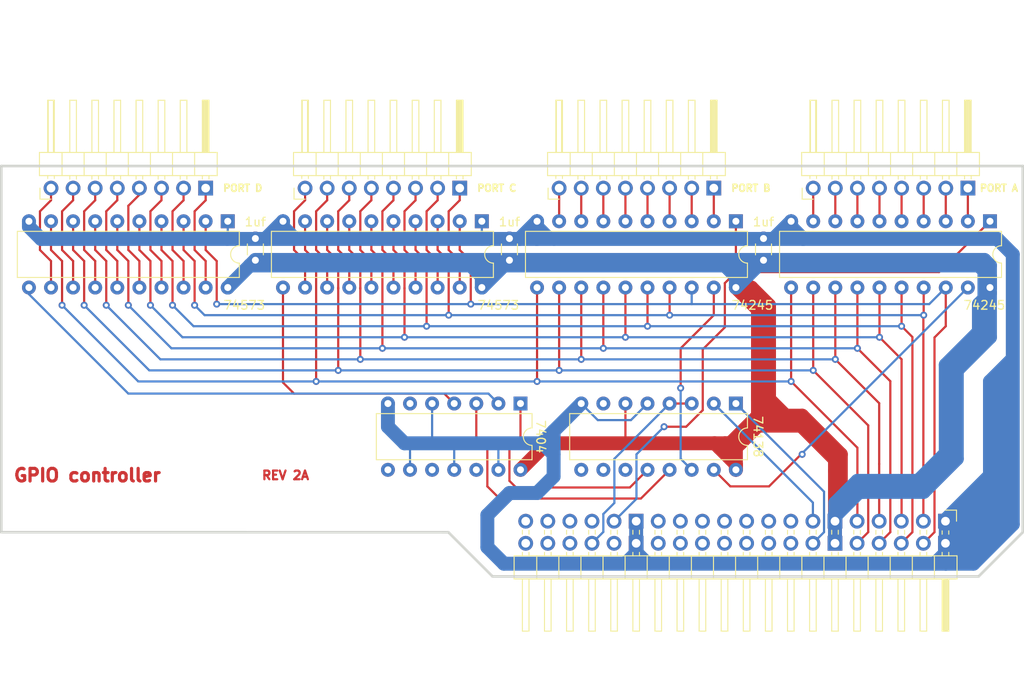
<source format=kicad_pcb>
(kicad_pcb (version 20221018) (generator pcbnew)
  (layers (0 "F.Cu" signal) (31 "B.Cu" signal) (34 "B.Paste" user) (35 "F.Paste" user) (36 "B.SilkS" user "B.Silkscreen") (37 "F.SilkS" user "F.Silkscreen") (38 "B.Mask" user) (39 "F.Mask" user) (44 "Edge.Cuts" user))
  (net 0 "")
  (footprint "Connector_PinHeader_2.54mm:PinHeader_2x20_P2.54mm_Horizontal" (layer "F.Cu") (at 479.38944 292.80104 -90)
    (fp_text reference "20pin conn." hide)
    (fp_text value "PinHeader_2x20_P2.54mm_Horizontal")
  )
  (footprint "Package_DIP:DIP-20_W7.62mm" (layer "F.Cu") (at 396.875 258.318 -90)
    (fp_text reference "74573")
    (fp_text value "DIP-20_W7.62mm")
  )
  (footprint "Package_DIP:DIP-20_W7.62mm" (layer "F.Cu") (at 484.505 258.318 -90)
    (fp_text reference "74245")
    (fp_text value "DIP-20_W7.62mm")
  )
  (footprint "Package_DIP:DIP-20_W7.62mm" (layer "F.Cu") (at 426.085 258.318 -90)
    (fp_text reference "74573")
    (fp_text value "DIP-20_W7.62mm")
  )
  (footprint "Package_DIP:DIP-16_W7.62mm" (layer "F.Cu") (at 455.295 279.273 -90)
    (fp_text reference "74138")
    (fp_text value "DIP-16_W7.62mm")
  )
  (footprint "Package_DIP:DIP-20_W7.62mm" (layer "F.Cu") (at 455.295 258.318 -90)
    (fp_text reference "74245")
    (fp_text value "DIP-20_W7.62mm")
  )
  (footprint "Package_DIP:DIP-14_W7.62mm" (layer "F.Cu") (at 430.53 279.273 -90)
    (fp_text reference "7404")
    (fp_text value "DIP-14_W7.62mm")
  )
  (footprint "Connector_PinHeader_2.54mm:PinHeader_1x08_P2.54mm_Horizontal_Inverse" (layer "F.Cu") (at 464.185 254.508 90)
    (fp_text reference " " hide)
    (fp_text value "PinHeader_1x08_P2.54mm_Horizontal_Inverse")
  )
  (footprint "Connector_PinHeader_2.54mm:PinHeader_1x08_P2.54mm_Horizontal_Inverse" (layer "F.Cu") (at 376.555 254.508 90)
    (fp_text reference " " hide)
    (fp_text value "PinHeader_1x08_P2.54mm_Horizontal_Inverse")
  )
  (footprint "Capacitor_THT:C_Disc_D3.0mm_W1.6mm_P2.50mm" (layer "F.Cu") (at 400.05 260.2992 -90)
    (fp_text reference "1uf")
    (fp_text value "C_Disc_D3.0mm_W1.6mm_P2.50mm")
  )
  (footprint "Capacitor_THT:C_Disc_D3.0mm_W1.6mm_P2.50mm" (layer "F.Cu") (at 458.47 260.2992 -90)
    (fp_text reference "1uf")
    (fp_text value "C_Disc_D3.0mm_W1.6mm_P2.50mm")
  )
  (footprint "Connector_PinHeader_2.54mm:PinHeader_1x08_P2.54mm_Horizontal_Inverse" (layer "F.Cu") (at 405.765 254.508 90)
    (fp_text reference " " hide)
    (fp_text value "PinHeader_1x08_P2.54mm_Horizontal_Inverse")
  )
  (footprint "Capacitor_THT:C_Disc_D3.0mm_W1.6mm_P2.50mm" (layer "F.Cu") (at 429.26 260.2992 -90)
    (fp_text reference "1uf")
    (fp_text value "C_Disc_D3.0mm_W1.6mm_P2.50mm")
  )
  (footprint "Connector_PinHeader_2.54mm:PinHeader_1x08_P2.54mm_Horizontal_Inverse" (layer "F.Cu") (at 434.975 254.508 90)
    (fp_text reference " " hide)
    (fp_text value "PinHeader_1x08_P2.54mm_Horizontal_Inverse")
  )
  (gr_line (start 488.27944 294.07104) (end 488.27944 251.968) (stroke (width 0.3)) (layer "Edge.Cuts"))
  (gr_line (start 370.84 251.968) (end 488.27944 251.968) (stroke (width 0.3)) (layer "Edge.Cuts"))
  (gr_line (start 370.84 294.065) (end 370.84 251.968) (stroke (width 0.3)) (layer "Edge.Cuts"))
  (gr_line (start 483.19944 299.15104) (end 488.27944 294.07104) (stroke (width 0.3)) (layer "Edge.Cuts"))
  (gr_line (start 427.31944 299.15104) (end 422.23944 294.07104) (stroke (width 0.3)) (layer "Edge.Cuts"))
  (gr_line (start 427.31944 299.15104) (end 483.19944 299.15104) (stroke (width 0.3)) (layer "Edge.Cuts"))
  (gr_line (start 370.84 294.065) (end 422.23944 294.07104) (stroke (width 0.3)) (layer "Edge.Cuts"))
  (gr_text "REV 2A" (at 400.685 287.528) (layer "F.Cu") (effects (font (size 1 1) (thickness 0.25)) (justify left)))
  (gr_text "GPIO controller" (at 372.11 287.528) (layer "F.Cu") (effects (font (size 1.45 1.45) (thickness 0.3625)) (justify left)))
  (gr_text "PORT B" (at 454.66 254.508) (layer "F.SilkS") (effects (font (size 0.8 0.8) (thickness 0.2)) (justify left)))
  (gr_text "PORT A" (at 483.235 254.508) (layer "F.SilkS") (effects (font (size 0.8 0.8) (thickness 0.2)) (justify left)))
  (gr_text "PORT C" (at 425.45 254.508) (layer "F.SilkS") (effects (font (size 0.8 0.8) (thickness 0.2)) (justify left)))
  (gr_text "PORT D" (at 396.24 254.508) (layer "F.SilkS") (effects (font (size 0.8 0.8) (thickness 0.2)) (justify left)))
  (segment (start 474.345 258.318) (end 474.345 254.508) (width 0.25) (layer "F.Cu") (net 0))
  (segment (start 476.885 258.318) (end 476.885 254.508) (width 0.25) (layer "F.Cu") (net 0))
  (segment (start 466.725 258.318) (end 466.725 254.508) (width 0.25) (layer "F.Cu") (net 0))
  (segment (start 464.185 258.318) (end 464.185 254.508) (width 0.25) (layer "F.Cu") (net 0))
  (segment (start 469.265 258.318) (end 469.265 254.508) (width 0.25) (layer "F.Cu") (net 0))
  (segment (start 471.805 258.318) (end 471.805 254.508) (width 0.25) (layer "F.Cu") (net 0))
  (segment (start 447.675 258.318) (end 447.675 254.508) (width 0.25) (layer "F.Cu") (net 0))
  (segment (start 445.135 258.318) (end 445.135 254.508) (width 0.25) (layer "F.Cu") (net 0))
  (segment (start 450.215 258.318) (end 450.215 254.508) (width 0.25) (layer "F.Cu") (net 0))
  (segment (start 440.055 258.318) (end 440.055 254.508) (width 0.25) (layer "F.Cu") (net 0))
  (segment (start 434.975 258.318) (end 434.975 254.508) (width 0.25) (layer "F.Cu") (net 0))
  (segment (start 437.515 258.318) (end 437.515 254.508) (width 0.25) (layer "F.Cu") (net 0))
  (segment (start 442.595 258.318) (end 442.595 254.508) (width 0.25) (layer "F.Cu") (net 0))
  (segment (start 452.755 258.318) (end 452.755 254.508) (width 0.25) (layer "F.Cu") (net 0))
  (segment (start 445.135 270.383) (end 445.135 265.938) (width 0.25) (layer "F.Cu") (net 0))
  (segment (start 447.675 269.113) (end 447.675 265.938) (width 0.25) (layer "F.Cu") (net 0))
  (segment (start 442.595 271.653) (end 442.595 265.938) (width 0.25) (layer "F.Cu") (net 0))
  (segment (start 440.055 265.938) (end 440.055 272.923) (width 0.25) (layer "F.Cu") (net 0))
  (segment (start 432.435 276.733) (end 432.435 265.938) (width 0.25) (layer "F.Cu") (net 0))
  (segment (start 437.515 274.193) (end 437.515 265.938) (width 0.25) (layer "F.Cu") (net 0))
  (segment (start 434.975 275.463) (end 434.975 265.938) (width 0.25) (layer "F.Cu") (net 0))
  (segment (start 421.005 265.938) (end 421.005 262.89) (width 0.25) (layer "F.Cu") (net 0))
  (segment (start 419.735 261.62) (end 419.735 257.175) (width 0.25) (layer "F.Cu") (net 0))
  (segment (start 419.735 257.175) (end 421.005 255.905) (width 0.25) (layer "F.Cu") (net 0))
  (segment (start 421.005 262.89) (end 419.735 261.62) (width 0.25) (layer "F.Cu") (net 0))
  (segment (start 421.005 255.905) (end 421.005 254.508) (width 0.25) (layer "F.Cu") (net 0))
  (segment (start 395.605 267.843) (end 395.605 262.89) (width 0.25) (layer "F.Cu") (net 0))
  (segment (start 394.335 261.62) (end 394.335 258.318) (width 0.25) (layer "F.Cu") (net 0))
  (segment (start 395.605 262.89) (end 394.335 261.62) (width 0.25) (layer "F.Cu") (net 0))
  (segment (start 410.845 255.905) (end 410.845 254.508) (width 0.25) (layer "F.Cu") (net 0))
  (segment (start 443.103 288.925) (end 445.135 286.893) (width 0.25) (layer "F.Cu") (net 0))
  (segment (start 454.025 283.845) (end 452.755 283.845) (width 1.6) (layer "F.Cu") (net 0))
  (segment (start 391.795 255.905) (end 391.795 254.508) (width 0.25) (layer "F.Cu") (net 0))
  (segment (start 379.095 265.938) (end 379.095 262.89) (width 0.25) (layer "F.Cu") (net 0))
  (segment (start 466.68944 295.34104) (end 466.68944 292.80104) (width 1.6) (layer "F.Cu") (net 0))
  (segment (start 433.705 283.845) (end 443.865 283.845) (width 1.6) (layer "F.Cu") (net 0))
  (segment (start 417.195 261.62) (end 417.195 257.175) (width 0.25) (layer "F.Cu") (net 0))
  (segment (start 410.845 261.62) (end 410.845 258.318) (width 0.25) (layer "F.Cu") (net 0))
  (segment (start 459.105 280.035) (end 459.105 267.97) (width 1.6) (layer "F.Cu") (net 0))
  (segment (start 384.175 255.905) (end 384.175 254.508) (width 0.25) (layer "F.Cu") (net 0))
  (segment (start 377.825 267.97) (end 377.825 262.89) (width 0.25) (layer "F.Cu") (net 0))
  (segment (start 467.36 291.465) (end 467.36 285.115) (width 1.6) (layer "F.Cu") (net 0))
  (segment (start 458.47 279.4) (end 457.835 278.765) (width 1.6) (layer "F.Cu") (net 0))
  (segment (start 451.485 273.05) (end 451.485 280.035) (width 0.25) (layer "F.Cu") (net 0))
  (segment (start 479.425 265.938) (end 479.425 270.383) (width 0.25) (layer "F.Cu") (net 0))
  (segment (start 414.655 262.89) (end 413.385 261.62) (width 0.25) (layer "F.Cu") (net 0))
  (segment (start 475.5896 271.6276) (end 474.345 270.383) (width 0.25) (layer "F.Cu") (net 0))
  (segment (start 413.385 265.938) (end 413.385 262.89) (width 0.25) (layer "F.Cu") (net 0))
  (segment (start 391.795 262.89) (end 390.525 261.62) (width 0.25) (layer "F.Cu") (net 0))
  (segment (start 417.195 271.653) (end 417.195 266.065) (width 0.25) (layer "F.Cu") (net 0))
  (segment (start 414.655 272.923) (end 414.655 262.89) (width 0.25) (layer "F.Cu") (net 0))
  (segment (start 415.925 265.938) (end 415.925 262.89) (width 0.25) (layer "F.Cu") (net 0))
  (segment (start 418.465 255.905) (end 418.465 254.508) (width 0.25) (layer "F.Cu") (net 0))
  (segment (start 455.295 264.16) (end 454.025 265.43) (width 0.25) (layer "F.Cu") (net 0))
  (segment (start 457.835 278.765) (end 457.835 268.478) (width 1.6) (layer "F.Cu") (net 0))
  (segment (start 466.725 274.193) (end 471.76944 279.23744) (width 0.25) (layer "F.Cu") (net 0))
  (segment (start 409.575 262.89) (end 408.305 261.62) (width 0.25) (layer "F.Cu") (net 0))
  (segment (start 387.985 261.62) (end 387.985 257.175) (width 0.25) (layer "F.Cu") (net 0))
  (segment (start 466.68944 292.13556) (end 467.36 291.465) (width 1.6) (layer "F.Cu") (net 0))
  (segment (start 376.555 255.905) (end 376.555 254.508) (width 0.25) (layer "F.Cu") (net 0))
  (segment (start 412.115 266.065) (end 412.115 265.938) (width 0.25) (layer "F.Cu") (net 0))
  (segment (start 394.335 265.938) (end 394.335 262.89) (width 0.25) (layer "F.Cu") (net 0))
  (segment (start 476.84944 292.80104) (end 476.84944 269.14856) (width 0.25) (layer "F.Cu") (net 0))
  (segment (start 426.72 284.353) (end 426.72 288.798) (width 0.25) (layer "F.Cu") (net 0))
  (segment (start 381.635 261.62) (end 381.635 258.318) (width 0.25) (layer "F.Cu") (net 0))
  (segment (start 414.655 261.62) (end 414.655 257.175) (width 0.25) (layer "F.Cu") (net 0))
  (segment (start 390.525 261.62) (end 390.525 257.175) (width 0.25) (layer "F.Cu") (net 0))
  (segment (start 422.275 261.62) (end 422.275 257.175) (width 0.25) (layer "F.Cu") (net 0))
  (segment (start 473.0496 276.7076) (end 469.265 272.923) (width 0.25) (layer "F.Cu") (net 0))
  (segment (start 467.36 285.115) (end 462.915 280.67) (width 1.6) (layer "F.Cu") (net 0))
  (segment (start 422.91 279.273) (end 421.767 278.13) (width 0.25) (layer "F.Cu") (net 0))
  (segment (start 385.445 267.97) (end 385.445 262.89) (width 0.25) (layer "F.Cu") (net 0))
  (segment (start 430.022 288.925) (end 443.103 288.925) (width 0.25) (layer "F.Cu") (net 0))
  (segment (start 393.065 267.97) (end 393.065 262.89) (width 0.25) (layer "F.Cu") (net 0))
  (segment (start 376.555 261.62) (end 376.555 258.318) (width 0.25) (layer "F.Cu") (net 0))
  (segment (start 466.68944 292.80104) (end 466.68944 287.05556) (width 1.6) (layer "F.Cu") (net 0))
  (segment (start 410.845 262.89) (end 409.575 261.62) (width 0.25) (layer "F.Cu") (net 0))
  (segment (start 462.788 281.813) (end 457.835 281.813) (width 1.6) (layer "F.Cu") (net 0))
  (segment (start 429.26 284.353) (end 429.26 288.163) (width 0.25) (layer "F.Cu") (net 0))
  (segment (start 386.715 262.89) (end 385.445 261.62) (width 0.25) (layer "F.Cu") (net 0))
  (segment (start 457.835 281.813) (end 457.835 281.305) (width 1.6) (layer "F.Cu") (net 0))
  (segment (start 479.425 270.383) (end 478.1296 271.6784) (width 0.25) (layer "F.Cu") (net 0))
  (segment (start 413.385 261.62) (end 413.385 258.318) (width 0.25) (layer "F.Cu") (net 0))
  (segment (start 457.835 268.478) (end 455.295 265.938) (width 1.6) (layer "F.Cu") (net 0))
  (segment (start 455.803 283.845) (end 454.025 283.845) (width 1.6) (layer "F.Cu") (net 0))
  (segment (start 452.755 265.938) (end 452.755 269.113) (width 0.25) (layer "F.Cu") (net 0))
  (segment (start 394.335 255.905) (end 394.335 254.508) (width 0.25) (layer "F.Cu") (net 0))
  (segment (start 377.825 261.62) (end 377.825 257.175) (width 0.25) (layer "F.Cu") (net 0))
  (segment (start 389.255 261.62) (end 389.255 258.318) (width 0.25) (layer "F.Cu") (net 0))
  (segment (start 385.445 256.54) (end 386.715 255.27) (width 0.25) (layer "F.Cu") (net 0))
  (segment (start 377.825 262.89) (end 376.555 261.62) (width 0.25) (layer "F.Cu") (net 0))
  (segment (start 382.905 261.62) (end 382.905 257.175) (width 0.25) (layer "F.Cu") (net 0))
  (segment (start 386.715 265.303) (end 386.715 262.89) (width 0.25) (layer "F.Cu") (net 0))
  (segment (start 471.805 271.653) (end 474.345 274.193) (width 0.25) (layer "F.Cu") (net 0))
  (segment (start 407.035 276.733) (end 407.035 262.89) (width 0.25) (layer "F.Cu") (net 0))
  (segment (start 453.39 284.353) (end 455.295 286.258) (width 1.6) (layer "F.Cu") (net 0))
  (segment (start 459.105 278.765) (end 461.01 280.67) (width 1.6) (layer "F.Cu") (net 0))
  (segment (start 387.985 262.89) (end 386.715 261.62) (width 0.25) (layer "F.Cu") (net 0))
  (segment (start 476.885 269.113) (end 476.885 265.938) (width 0.25) (layer "F.Cu") (net 0))
  (segment (start 381.635 262.89) (end 380.365 261.62) (width 0.25) (layer "F.Cu") (net 0))
  (segment (start 451.485 280.035) (end 449.58 281.94) (width 0.25) (layer "F.Cu") (net 0))
  (segment (start 428.117 290.195) (end 444.373 290.195) (width 0.25) (layer "F.Cu") (net 0))
  (segment (start 414.655 257.175) (end 415.925 255.905) (width 0.25) (layer "F.Cu") (net 0))
  (segment (start 393.065 261.62) (end 393.065 257.175) (width 0.25) (layer "F.Cu") (net 0))
  (segment (start 380.365 262.89) (end 379.095 261.62) (width 0.25) (layer "F.Cu") (net 0))
  (segment (start 412.115 266.065) (end 412.115 262.89) (width 0.25) (layer "F.Cu") (net 0))
  (segment (start 476.84944 269.14856) (end 476.885 269.113) (width 0.25) (layer "F.Cu") (net 0))
  (segment (start 391.795 261.62) (end 391.795 258.318) (width 0.25) (layer "F.Cu") (net 0))
  (segment (start 423.545 265.938) (end 423.545 262.89) (width 0.25) (layer "F.Cu") (net 0))
  (segment (start 471.76944 295.34104) (end 473.0496 294.06088) (width 0.25) (layer "F.Cu") (net 0))
  (segment (start 408.305 255.905) (end 408.305 254.508) (width 0.25) (layer "F.Cu") (net 0))
  (segment (start 418.465 262.89) (end 417.195 261.62) (width 0.25) (layer "F.Cu") (net 0))
  (segment (start 380.365 267.97) (end 380.365 262.89) (width 0.25) (layer "F.Cu") (net 0))
  (segment (start 469.265 284.353) (end 469.265 292.76548) (width 0.25) (layer "F.Cu") (net 0))
  (segment (start 429.26 288.163) (end 430.022 288.925) (width 0.25) (layer "F.Cu") (net 0))
  (segment (start 417.195 266.065) (end 417.195 265.938) (width 0.25) (layer "F.Cu") (net 0))
  (segment (start 461.645 276.733) (end 469.265 284.353) (width 0.25) (layer "F.Cu") (net 0))
  (segment (start 426.72 288.798) (end 428.117 290.195) (width 0.25) (layer "F.Cu") (net 0))
  (segment (start 447.675 279.273) (end 450.215 279.273) (width 0.25) (layer "F.Cu") (net 0))
  (segment (start 408.305 261.62) (end 408.305 258.318) (width 0.25) (layer "F.Cu") (net 0))
  (segment (start 380.365 261.62) (end 380.365 257.175) (width 0.25) (layer "F.Cu") (net 0))
  (segment (start 457.835 281.305) (end 457.835 280.67) (width 1.6) (layer "F.Cu") (net 0))
  (segment (start 430.53 283.083) (end 429.26 284.353) (width 0.25) (layer "F.Cu") (net 0))
  (segment (start 422.275 257.175) (end 423.545 255.905) (width 0.25) (layer "F.Cu") (net 0))
  (segment (start 423.545 262.89) (end 422.275 261.62) (width 0.25) (layer "F.Cu") (net 0))
  (segment (start 478.1296 294.06088) (end 476.84944 295.34104) (width 0.25) (layer "F.Cu") (net 0))
  (segment (start 469.265 292.76548) (end 469.22944 292.80104) (width 0.25) (layer "F.Cu") (net 0))
  (segment (start 409.575 257.175) (end 410.845 255.905) (width 0.25) (layer "F.Cu") (net 0))
  (segment (start 393.065 262.89) (end 391.795 261.62) (width 0.25) (layer "F.Cu") (net 0))
  (segment (start 390.525 257.175) (end 391.795 255.905) (width 0.25) (layer "F.Cu") (net 0))
  (segment (start 404.495 278.13) (end 403.225 276.86) (width 0.25) (layer "F.Cu") (net 0))
  (segment (start 421.767 278.13) (end 404.495 278.13) (width 0.25) (layer "F.Cu") (net 0))
  (segment (start 387.985 257.175) (end 389.255 255.905) (width 0.25) (layer "F.Cu") (net 0))
  (segment (start 466.68944 292.80104) (end 466.68944 292.13556) (width 1.6) (layer "F.Cu") (net 0))
  (segment (start 462.915 280.67) (end 459.74 280.67) (width 1.6) (layer "F.Cu") (net 0))
  (segment (start 418.465 261.62) (end 418.465 258.318) (width 0.25) (layer "F.Cu") (net 0))
  (segment (start 454.025 265.43) (end 454.025 270.51) (width 0.25) (layer "F.Cu") (net 0))
  (segment (start 405.765 261.62) (end 405.765 258.318) (width 0.25) (layer "F.Cu") (net 0))
  (segment (start 470.5096 294.06088) (end 470.5096 281.7876) (width 0.25) (layer "F.Cu") (net 0))
  (segment (start 385.445 261.62) (end 385.445 256.54) (width 0.25) (layer "F.Cu") (net 0))
  (segment (start 409.575 266.065) (end 409.575 262.89) (width 0.25) (layer "F.Cu") (net 0))
  (segment (start 448.945 272.923) (end 448.945 277.495) (width 0.25) (layer "F.Cu") (net 0))
  (segment (start 422.275 262.89) (end 421.005 261.62) (width 0.25) (layer "F.Cu") (net 0))
  (segment (start 412.115 262.89) (end 410.845 261.62) (width 0.25) (layer "F.Cu") (net 0))
  (segment (start 455.8665 283.7815) (end 455.803 283.845) (width 1.6) (layer "F.Cu") (net 0))
  (segment (start 407.035 257.175) (end 408.305 255.905) (width 0.25) (layer "F.Cu") (net 0))
  (segment (start 459.105 267.97) (end 457.073 265.938) (width 1.6) (layer "F.Cu") (net 0))
  (segment (start 474.345 270.383) (end 474.345 265.938) (width 0.25) (layer "F.Cu") (net 0))
  (segment (start 413.385 262.89) (end 412.115 261.62) (width 0.25) (layer "F.Cu") (net 0))
  (segment (start 452.882 283.845) (end 453.39 284.353) (width 1.6) (layer "F.Cu") (net 0))
  (segment (start 389.255 255.905) (end 389.255 254.508) (width 0.25) (layer "F.Cu") (net 0))
  (segment (start 421.005 261.62) (end 421.005 258.318) (width 0.25) (layer "F.Cu") (net 0))
  (segment (start 455.295 264.16) (end 455.295 258.318) (width 0.25) (layer "F.Cu") (net 0))
  (segment (start 384.175 262.89) (end 382.905 261.62) (width 0.25) (layer "F.Cu") (net 0))
  (segment (start 430.53 279.273) (end 430.53 283.083) (width 0.25) (layer "F.Cu") (net 0))
  (segment (start 377.825 257.175) (end 379.095 255.905) (width 0.25) (layer "F.Cu") (net 0))
  (segment (start 455.295 286.893) (end 455.295 284.353) (width 1.6) (layer "F.Cu") (net 0))
  (segment (start 384.175 261.62) (end 384.175 258.318) (width 0.25) (layer "F.Cu") (net 0))
  (segment (start 379.095 261.62) (end 379.095 258.318) (width 0.25) (layer "F.Cu") (net 0))
  (segment (start 386.715 255.27) (end 386.715 253.873) (width 0.25) (layer "F.Cu") (net 0))
  (segment (start 417.195 266.065) (end 417.195 262.89) (width 0.25) (layer "F.Cu") (net 0))
  (segment (start 380.365 257.175) (end 381.635 255.905) (width 0.25) (layer "F.Cu") (net 0))
  (segment (start 382.905 262.89) (end 381.635 261.62) (width 0.25) (layer "F.Cu") (net 0))
  (segment (start 408.305 265.938) (end 408.305 262.89) (width 0.25) (layer "F.Cu") (net 0))
  (segment (start 412.115 257.175) (end 413.385 255.905) (width 0.25) (layer "F.Cu") (net 0))
  (segment (start 455.295 284.353) (end 457.835 281.813) (width 1.6) (layer "F.Cu") (net 0))
  (segment (start 461.645 265.938) (end 461.645 276.733) (width 0.25) (layer "F.Cu") (net 0))
  (segment (start 474.345 274.193) (end 474.345 292.76548) (width 0.25) (layer "F.Cu") (net 0))
  (segment (start 419.735 262.89) (end 418.465 261.62) (width 0.25) (layer "F.Cu") (net 0))
  (segment (start 470.5096 281.7876) (end 464.185 275.463) (width 0.25) (layer "F.Cu") (net 0))
  (segment (start 405.765 262.89) (end 404.495 261.62) (width 0.25) (layer "F.Cu") (net 0))
  (segment (start 443.738 283.845) (end 452.882 283.845) (width 1.6) (layer "F.Cu") (net 0))
  (segment (start 382.905 267.97) (end 382.905 262.89) (width 0.25) (layer "F.Cu") (net 0))
  (segment (start 438.74944 295.34104) (end 438.74944 295.11244) (width 0.25) (layer "F.Cu") (net 0))
  (segment (start 386.715 261.62) (end 386.715 258.318) (width 0.25) (layer "F.Cu") (net 0))
  (segment (start 433.578 283.845) (end 433.705 283.845) (width 1.6) (layer "F.Cu") (net 0))
  (segment (start 381.635 265.938) (end 381.635 262.89) (width 0.25) (layer "F.Cu") (net 0))
  (segment (start 466.725 265.938) (end 466.725 274.193) (width 0.25) (layer "F.Cu") (net 0))
  (segment (start 417.195 257.175) (end 418.465 255.905) (width 0.25) (layer "F.Cu") (net 0))
  (segment (start 384.175 265.938) (end 384.175 262.89) (width 0.25) (layer "F.Cu") (net 0))
  (segment (start 408.305 262.89) (end 407.035 261.62) (width 0.25) (layer "F.Cu") (net 0))
  (segment (start 457.835 280.67) (end 457.835 278.765) (width 1.6) (layer "F.Cu") (net 0))
  (segment (start 462.788 285.115) (end 459.105 288.798) (width 0.25) (layer "F.Cu") (net 0))
  (segment (start 481.965 258.318) (end 481.965 254.508) (width 0.25) (layer "F.Cu") (net 0))
  (segment (start 393.065 257.175) (end 394.335 255.905) (width 0.25) (layer "F.Cu") (net 0))
  (segment (start 419.735 270.383) (end 419.735 262.89) (width 0.25) (layer "F.Cu") (net 0))
  (segment (start 404.495 261.62) (end 404.495 257.175) (width 0.25) (layer "F.Cu") (net 0))
  (segment (start 469.265 272.923) (end 469.265 265.938) (width 0.25) (layer "F.Cu") (net 0))
  (segment (start 454.66 288.798) (end 452.755 286.893) (width 0.25) (layer "F.Cu") (net 0))
  (segment (start 410.845 265.938) (end 410.845 262.89) (width 0.25) (layer "F.Cu") (net 0))
  (segment (start 403.225 276.86) (end 403.225 265.938) (width 0.25) (layer "F.Cu") (net 0))
  (segment (start 379.095 255.905) (end 379.095 254.508) (width 0.25) (layer "F.Cu") (net 0))
  (segment (start 387.985 267.97) (end 387.985 262.89) (width 0.25) (layer "F.Cu") (net 0))
  (segment (start 405.765 265.938) (end 405.765 262.89) (width 0.25) (layer "F.Cu") (net 0))
  (segment (start 412.115 261.62) (end 412.115 257.175) (width 0.25) (layer "F.Cu") (net 0))
  (segment (start 389.255 265.938) (end 389.255 262.89) (width 0.25) (layer "F.Cu") (net 0))
  (segment (start 473.0496 294.06088) (end 473.0496 276.7076) (width 0.25) (layer "F.Cu") (net 0))
  (segment (start 471.76944 286.22244) (end 471.76944 292.80104) (width 0.25) (layer "F.Cu") (net 0))
  (segment (start 471.805 265.938) (end 471.805 271.653) (width 0.25) (layer "F.Cu") (net 0))
  (segment (start 407.035 262.89) (end 405.765 261.62) (width 0.25) (layer "F.Cu") (net 0))
  (segment (start 375.285 261.62) (end 375.285 257.175) (width 0.25) (layer "F.Cu") (net 0))
  (segment (start 409.575 266.065) (end 409.575 265.938) (width 0.25) (layer "F.Cu") (net 0))
  (segment (start 379.095 262.89) (end 377.825 261.62) (width 0.25) (layer "F.Cu") (net 0))
  (segment (start 415.925 262.89) (end 414.655 261.62) (width 0.25) (layer "F.Cu") (net 0))
  (segment (start 394.335 262.89) (end 393.065 261.62) (width 0.25) (layer "F.Cu") (net 0))
  (segment (start 412.115 274.193) (end 412.115 266.065) (width 0.25) (layer "F.Cu") (net 0))
  (segment (start 454.025 270.51) (end 451.485 273.05) (width 0.25) (layer "F.Cu") (net 0))
  (segment (start 469.22944 295.34104) (end 470.5096 294.06088) (width 0.25) (layer "F.Cu") (net 0))
  (segment (start 417.195 262.89) (end 415.925 261.62) (width 0.25) (layer "F.Cu") (net 0))
  (segment (start 407.035 261.62) (end 407.035 257.175) (width 0.25) (layer "F.Cu") (net 0))
  (segment (start 415.925 255.905) (end 415.925 254.508) (width 0.25) (layer "F.Cu") (net 0))
  (segment (start 464.185 275.463) (end 464.185 265.938) (width 0.25) (layer "F.Cu") (net 0))
  (segment (start 382.905 257.175) (end 384.175 255.905) (width 0.25) (layer "F.Cu") (net 0))
  (segment (start 474.30944 295.34104) (end 475.5896 294.06088) (width 0.25) (layer "F.Cu") (net 0))
  (segment (start 423.545 255.905) (end 423.545 254.508) (width 0.25) (layer "F.Cu") (net 0))
  (segment (start 442.595 279.273) (end 442.595 283.718) (width 0.25) (layer "F.Cu") (net 0))
  (segment (start 442.595 283.718) (end 443.23 284.353) (width 0.25) (layer "F.Cu") (net 0))
  (segment (start 471.76944 279.23744) (end 471.76944 286.22244) (width 0.25) (layer "F.Cu") (net 0))
  (segment (start 424.815 267.843) (end 424.815 262.89) (width 0.25) (layer "F.Cu") (net 0))
  (segment (start 423.545 261.62) (end 423.545 258.318) (width 0.25) (layer "F.Cu") (net 0))
  (segment (start 424.815 262.89) (end 423.545 261.62) (width 0.25) (layer "F.Cu") (net 0))
  (segment (start 452.755 269.113) (end 448.945 272.923) (width 0.25) (layer "F.Cu") (net 0))
  (segment (start 449.58 281.94) (end 447.04 281.94) (width 0.25) (layer "F.Cu") (net 0))
  (segment (start 457.073 265.938) (end 455.295 265.938) (width 1.6) (layer "F.Cu") (net 0))
  (segment (start 409.575 261.62) (end 409.575 257.175) (width 0.25) (layer "F.Cu") (net 0))
  (segment (start 425.45 279.273) (end 425.45 283.083) (width 0.25) (layer "F.Cu") (net 0))
  (segment (start 415.925 261.62) (end 415.925 258.318) (width 0.25) (layer "F.Cu") (net 0))
  (segment (start 457.835 276.225) (end 457.835 278.765) (width 1.6) (layer "F.Cu") (net 0))
  (segment (start 425.45 283.083) (end 426.72 284.353) (width 0.25) (layer "F.Cu") (net 0))
  (segment (start 484.505 258.318) (end 478.663 264.16) (width 0.25) (layer "F.Cu") (net 0))
  (segment (start 422.275 269.113) (end 422.275 262.89) (width 0.25) (layer "F.Cu") (net 0))
  (segment (start 404.495 257.175) (end 405.765 255.905) (width 0.25) (layer "F.Cu") (net 0))
  (segment (start 454.66 283.845) (end 457.835 280.67) (width 1.6) (layer "F.Cu") (net 0))
  (segment (start 454.025 283.845) (end 454.66 283.845) (width 1.6) (layer "F.Cu") (net 0))
  (segment (start 478.663 264.16) (end 455.295 264.16) (width 0.25) (layer "F.Cu") (net 0))
  (segment (start 390.525 262.89) (end 389.255 261.62) (width 0.25) (layer "F.Cu") (net 0))
  (segment (start 466.68944 287.05556) (end 466.68944 285.71444) (width 1.6) (layer "F.Cu") (net 0))
  (segment (start 390.525 267.97) (end 390.525 262.89) (width 0.25) (layer "F.Cu") (net 0))
  (segment (start 457.835 278.765) (end 457.835 278.13) (width 1.6) (layer "F.Cu") (net 0))
  (segment (start 389.255 262.89) (end 387.985 261.62) (width 0.25) (layer "F.Cu") (net 0))
  (segment (start 478.1296 271.6784) (end 478.1296 294.06088) (width 0.25) (layer "F.Cu") (net 0))
  (segment (start 376.555 262.89) (end 375.285 261.62) (width 0.25) (layer "F.Cu") (net 0))
  (segment (start 376.555 265.938) (end 376.555 262.89) (width 0.25) (layer "F.Cu") (net 0))
  (segment (start 409.575 275.463) (end 409.575 266.065) (width 0.25) (layer "F.Cu") (net 0))
  (segment (start 475.5896 294.06088) (end 475.5896 271.6276) (width 0.25) (layer "F.Cu") (net 0))
  (segment (start 405.765 255.905) (end 405.765 254.508) (width 0.25) (layer "F.Cu") (net 0))
  (segment (start 418.465 265.938) (end 418.465 262.89) (width 0.25) (layer "F.Cu") (net 0))
  (segment (start 381.635 255.905) (end 381.635 254.508) (width 0.25) (layer "F.Cu") (net 0))
  (segment (start 391.795 265.938) (end 391.795 262.89) (width 0.25) (layer "F.Cu") (net 0))
  (segment (start 479.425 258.318) (end 479.425 254.508) (width 0.25) (layer "F.Cu") (net 0))
  (segment (start 430.53 286.893) (end 433.578 283.845) (width 1.6) (layer "F.Cu") (net 0))
  (segment (start 413.385 255.905) (end 413.385 254.508) (width 0.25) (layer "F.Cu") (net 0))
  (segment (start 375.285 257.175) (end 376.555 255.905) (width 0.25) (layer "F.Cu") (net 0))
  (segment (start 455.295 286.258) (end 455.295 286.893) (width 1.6) (layer "F.Cu") (net 0))
  (segment (start 385.445 262.89) (end 384.175 261.62) (width 0.25) (layer "F.Cu") (net 0))
  (segment (start 474.345 292.76548) (end 474.30944 292.80104) (width 0.25) (layer "F.Cu") (net 0))
  (segment (start 457.835 281.305) (end 458.47 281.305) (width 1.6) (layer "F.Cu") (net 0))
  (segment (start 466.68944 285.71444) (end 462.788 281.813) (width 1.6) (layer "F.Cu") (net 0))
  (segment (start 444.373 290.195) (end 447.675 286.893) (width 0.25) (layer "F.Cu") (net 0))
  (segment (start 459.105 288.798) (end 454.66 288.798) (width 0.25) (layer "F.Cu") (net 0))
  (via (at 409.575 275.463) (size 0.8) (drill 0.4) (layers "F.Cu" "B.Cu") (net 0))
  (via (at 419.735 270.383) (size 0.8) (drill 0.4) (layers "F.Cu" "B.Cu") (net 0))
  (via (at 422.275 269.113) (size 0.8) (drill 0.4) (layers "F.Cu" "B.Cu") (net 0))
  (via (at 414.655 272.923) (size 0.8) (drill 0.4) (layers "F.Cu" "B.Cu") (net 0))
  (via (at 412.115 274.193) (size 0.8) (drill 0.4) (layers "F.Cu" "B.Cu") (net 0))
  (via (at 417.195 271.653) (size 0.8) (drill 0.4) (layers "F.Cu" "B.Cu") (net 0))
  (via (at 407.035 276.733) (size 0.8) (drill 0.4) (layers "F.Cu" "B.Cu") (net 0))
  (via (at 434.975 275.463) (size 0.8) (drill 0.4) (layers "F.Cu" "B.Cu") (net 0))
  (via (at 447.675 269.113) (size 0.8) (drill 0.4) (layers "F.Cu" "B.Cu") (net 0))
  (via (at 437.515 274.193) (size 0.8) (drill 0.4) (layers "F.Cu" "B.Cu") (net 0))
  (via (at 445.135 270.383) (size 0.8) (drill 0.4) (layers "F.Cu" "B.Cu") (net 0))
  (via (at 442.595 271.653) (size 0.8) (drill 0.4) (layers "F.Cu" "B.Cu") (net 0))
  (via (at 440.055 272.923) (size 0.8) (drill 0.4) (layers "F.Cu" "B.Cu") (net 0))
  (via (at 432.435 276.733) (size 0.8) (drill 0.4) (layers "F.Cu" "B.Cu") (net 0))
  (via (at 424.815 267.843) (size 0.8) (drill 0.4) (layers "F.Cu" "B.Cu") (net 0))
  (via (at 395.605 267.843) (size 0.8) (drill 0.4) (layers "F.Cu" "B.Cu") (net 0))
  (via (at 390.525 267.97) (size 0.8) (drill 0.4) (layers "F.Cu" "B.Cu") (net 0))
  (via (at 380.365 267.97) (size 0.8) (drill 0.4) (layers "F.Cu" "B.Cu") (net 0))
  (via (at 393.065 267.97) (size 0.8) (drill 0.4) (layers "F.Cu" "B.Cu") (net 0))
  (via (at 385.445 267.97) (size 0.8) (drill 0.4) (layers "F.Cu" "B.Cu") (net 0))
  (via (at 382.905 267.97) (size 0.8) (drill 0.4) (layers "F.Cu" "B.Cu") (net 0))
  (via (at 377.825 267.97) (size 0.8) (drill 0.4) (layers "F.Cu" "B.Cu") (net 0))
  (via (at 387.985 267.97) (size 0.8) (drill 0.4) (layers "F.Cu" "B.Cu") (net 0))
  (via (at 466.725 274.193) (size 0.8) (drill 0.4) (layers "F.Cu" "B.Cu") (net 0))
  (via (at 474.345 270.383) (size 0.8) (drill 0.4) (layers "F.Cu" "B.Cu") (net 0))
  (via (at 462.915 285.115) (size 0.8) (drill 0.4) (layers "F.Cu" "B.Cu") (net 0))
  (via (at 461.645 276.733) (size 0.8) (drill 0.4) (layers "F.Cu" "B.Cu") (net 0))
  (via (at 448.945 277.495) (size 0.8) (drill 0.4) (layers "F.Cu" "B.Cu") (net 0))
  (via (at 469.265 272.923) (size 0.8) (drill 0.4) (layers "F.Cu" "B.Cu") (net 0))
  (via (at 476.885 269.113) (size 0.8) (drill 0.4) (layers "F.Cu" "B.Cu") (net 0))
  (via (at 464.185 275.463) (size 0.8) (drill 0.4) (layers "F.Cu" "B.Cu") (net 0))
  (via (at 471.805 271.653) (size 0.8) (drill 0.4) (layers "F.Cu" "B.Cu") (net 0))
  (via (at 447.04 281.94) (size 0.8) (drill 0.4) (layers "F.Cu" "B.Cu") (net 0))
  (segment (start 462.8515 285.0515) (end 462.788 285.115) (width 0.25) (layer "B.Cu") (net 0))
  (segment (start 434.34 282.448) (end 437.515 279.273) (width 1.6) (layer "B.Cu") (net 0))
  (segment (start 433.705 283.845) (end 434.34 284.48) (width 1.6) (layer "B.Cu") (net 0))
  (segment (start 432.435 258.318) (end 430.53 260.223) (width 1.6) (layer "B.Cu") (net 0))
  (segment (start 443.82944 295.34104) (end 443.82944 292.80104) (width 1.6) (layer "B.Cu") (net 0))
  (segment (start 484.505 265.938) (end 484.505 264.668) (width 1.6) (layer "B.Cu") (net 0))
  (segment (start 374.015 258.953) (end 374.015 258.318) (width 1.6) (layer "B.Cu") (net 0))
  (segment (start 428.625 297.688) (end 426.72 295.783) (width 1.6) (layer "B.Cu") (net 0))
  (segment (start 426.085 265.938) (end 426.085 264.668) (width 1.6) (layer "B.Cu") (net 0))
  (segment (start 430.403 260.35) (end 426.212 260.35) (width 1.6) (layer "B.Cu") (net 0))
  (segment (start 479.425 265.938) (end 477.52 267.843) (width 0.25) (layer "B.Cu") (net 0))
  (segment (start 415.29 280.543) (end 415.29 279.273) (width 0.25) (layer "B.Cu") (net 0))
  (segment (start 443.23 281.178) (end 439.42 281.178) (width 0.25) (layer "B.Cu") (net 0))
  (segment (start 375.412 260.35) (end 374.015 258.953) (width 1.6) (layer "B.Cu") (net 0))
  (segment (start 428.625 263.398) (end 426.085 265.938) (width 1.6) (layer "B.Cu") (net 0))
  (segment (start 434.34 287.655) (end 434.34 285.115) (width 1.6) (layer "B.Cu") (net 0))
  (segment (start 478.155 297.688) (end 479.425 297.688) (width 1.6) (layer "B.Cu") (net 0))
  (segment (start 464.14944 292.80104) (end 464.14944 290.66744) (width 0.25) (layer "B.Cu") (net 0))
  (segment (start 432.435 258.953) (end 433.705 260.223) (width 1.6) (layer "B.Cu") (net 0))
  (segment (start 396.748 260.35) (end 375.412 260.35) (width 1.6) (layer "B.Cu") (net 0))
  (segment (start 480.695 275.463) (end 480.695 285.623) (width 1.6) (layer "B.Cu") (net 0))
  (segment (start 442.595 297.688) (end 443.865 296.418) (width 1.6) (layer "B.Cu") (net 0))
  (segment (start 466.725 291.973) (end 466.725 290.703) (width 1.6) (layer "B.Cu") (net 0))
  (segment (start 429.26 289.56) (end 432.435 289.56) (width 1.6) (layer "B.Cu") (net 0))
  (segment (start 483.87 267.208) (end 484.505 266.573) (width 1.6) (layer "B.Cu") (net 0))
  (segment (start 394.208 269.113) (end 476.885 269.113) (width 0.25) (layer "B.Cu") (net 0))
  (segment (start 445.135 279.273) (end 443.23 281.178) (width 0.25) (layer "B.Cu") (net 0))
  (segment (start 479.425 297.688) (end 479.425 296.418) (width 1.6) (layer "B.Cu") (net 0))
  (segment (start 484.505 264.668) (end 483.235 263.398) (width 1.6) (layer "B.Cu") (net 0))
  (segment (start 415.29 281.94) (end 417.195 283.845) (width 1.6) (layer "B.Cu") (net 0))
  (segment (start 465.4296 289.4076) (end 455.295 279.273) (width 0.25) (layer "B.Cu") (net 0))
  (segment (start 484.505 271.653) (end 480.695 275.463) (width 1.6) (layer "B.Cu") (net 0))
  (segment (start 442.595 297.688) (end 445.135 297.688) (width 1.6) (layer "B.Cu") (net 0))
  (segment (start 480.695 296.418) (end 480.695 293.243) (width 2.5) (layer "B.Cu") (net 0))
  (segment (start 454.025 263.398) (end 457.835 263.398) (width 1.6) (layer "B.Cu") (net 0))
  (segment (start 484.505 276.733) (end 487.045 274.193) (width 1.6) (layer "B.Cu") (net 0))
  (segment (start 461.645 258.318) (end 459.74 260.223) (width 1.6) (layer "B.Cu") (net 0))
  (segment (start 481.965 296.418) (end 480.695 296.418) (width 2.5) (layer "B.Cu") (net 0))
  (segment (start 462.915 260.223) (end 463.042 260.35) (width 1.6) (layer "B.Cu") (net 0))
  (segment (start 485.775 292.608) (end 481.965 296.418) (width 2.5) (layer "B.Cu") (net 0))
  (segment (start 391.668 271.653) (end 387.985 267.97) (width 0.25) (layer "B.Cu") (net 0))
  (segment (start 447.04 281.94) (end 443.865 285.115) (width 0.25) (layer "B.Cu") (net 0))
  (segment (start 448.945 285.623) (end 448.945 277.495) (width 0.25) (layer "B.Cu") (net 0))
  (segment (start 434.34 285.115) (end 434.34 284.48) (width 1.6) (layer "B.Cu") (net 0))
  (segment (start 403.225 258.318) (end 401.32 260.223) (width 1.6) (layer "B.Cu") (net 0))
  (segment (start 426.72 295.783) (end 426.72 292.1) (width 1.6) (layer "B.Cu") (net 0))
  (segment (start 461.645 258.953) (end 462.915 260.223) (width 1.6) (layer "B.Cu") (net 0))
  (segment (start 465.4296 294.06088) (end 465.4296 289.4076) (width 0.25) (layer "B.Cu") (net 0))
  (segment (start 485.775 290.703) (end 484.505 289.433) (width 1.6) (layer "B.Cu") (net 0))
  (segment (start 432.435 260.35) (end 432.308 260.223) (width 1.6) (layer "B.Cu") (net 0))
  (segment (start 459.74 260.223) (end 459.613 260.35) (width 1.6) (layer "B.Cu") (net 0))
  (segment (start 450.215 286.893) (end 448.945 285.623) (width 0.25) (layer "B.Cu") (net 0))
  (segment (start 403.225 258.953) (end 403.225 258.318) (width 1.6) (layer "B.Cu") (net 0))
  (segment (start 374.015 266.7) (end 374.015 265.938) (width 0.25) (layer "B.Cu") (net 0))
  (segment (start 440.055 294.03548) (end 440.055 291.973) (width 0.25) (layer "B.Cu") (net 0))
  (segment (start 464.14944 295.34104) (end 465.4296 294.06088) (width 0.25) (layer "B.Cu") (net 0))
  (segment (start 483.87 264.033) (end 483.235 263.398) (width 1.6) (layer "B.Cu") (net 0))
  (segment (start 455.295 264.668) (end 454.025 263.398) (width 1.6) (layer "B.Cu") (net 0))
  (segment (start 426.085 258.318) (end 426.085 260.223) (width 0.25) (layer "B.Cu") (net 0))
  (segment (start 484.505 289.433) (end 484.505 276.733) (width 1.6) (layer "B.Cu") (net 0))
  (segment (start 485.35143 260.35) (end 487.12943 262.128) (width 1.6) (layer "B.Cu") (net 0))
  (segment (start 442.595 297.688) (end 428.625 297.688) (width 1.6) (layer "B.Cu") (net 0))
  (segment (start 483.87 262.763) (end 400.05 262.763) (width 1.6) (layer "B.Cu") (net 0))
  (segment (start 469.265 288.163) (end 476.25 288.163) (width 1.6) (layer "B.Cu") (net 0))
  (segment (start 479.38944 292.64356) (end 484.505 287.528) (width 1.6) (layer "B.Cu") (net 0))
  (segment (start 479.425 296.418) (end 479.425 292.8366) (width 1.6) (layer "B.Cu") (net 0))
  (segment (start 480.695 293.243) (end 484.505 289.433) (width 2.5) (layer "B.Cu") (net 0))
  (segment (start 417.195 283.845) (end 433.705 283.845) (width 1.6) (layer "B.Cu") (net 0))
  (segment (start 392.938 270.383) (end 390.525 267.97) (width 0.25) (layer "B.Cu") (net 0))
  (segment (start 468.66556 289.39744) (end 466.725 291.338) (width 1.6) (layer "B.Cu") (net 0))
  (segment (start 404.622 260.35) (end 404.495 260.223) (width 1.6) (layer "B.Cu") (net 0))
  (segment (start 454.025 263.398) (end 428.625 263.398) (width 1.6) (layer "B.Cu") (net 0))
  (segment (start 484.505 265.938) (end 484.505 263.398) (width 1.6) (layer "B.Cu") (net 0))
  (segment (start 399.415 263.398) (end 396.875 265.938) (width 1.6) (layer "B.Cu") (net 0))
  (segment (start 417.83 286.893) (end 417.83 283.845) (width 0.25) (layer "B.Cu") (net 0))
  (segment (start 466.68944 295.34104) (end 466.68944 291.93744) (width 1.6) (layer "B.Cu") (net 0))
  (segment (start 433.07 283.718) (end 434.34 282.448) (width 1.6) (layer "B.Cu") (net 0))
  (segment (start 393.065 267.97) (end 394.208 269.113) (width 0.25) (layer "B.Cu") (net 0))
  (segment (start 466.725 290.703) (end 469.265 288.163) (width 1.6) (layer "B.Cu") (net 0))
  (segment (start 426.847 278.13) (end 385.445 278.13) (width 0.25) (layer "B.Cu") (net 0))
  (segment (start 486.41 291.338) (end 485.775 290.703) (width 1.6) (layer "B.Cu") (net 0))
  (segment (start 404.495 260.223) (end 403.225 258.953) (width 1.6) (layer "B.Cu") (net 0))
  (segment (start 461.645 276.733) (end 386.588 276.733) (width 0.25) (layer "B.Cu") (net 0))
  (segment (start 482.6 297.688) (end 479.425 297.688) (width 1.6) (layer "B.Cu") (net 0))
  (segment (start 433.07 283.845) (end 433.07 283.718) (width 1.6) (layer "B.Cu") (net 0))
  (segment (start 427.99 279.273) (end 426.847 278.13) (width 0.25) (layer "B.Cu") (net 0))
  (segment (start 426.72 292.1) (end 429.26 289.56) (width 1.6) (layer "B.Cu") (net 0))
  (segment (start 434.34 284.48) (end 434.34 282.448) (width 1.6) (layer "B.Cu") (net 0))
  (segment (start 485.775 279.44186) (end 485.775 276.733) (width 2.5) (layer "B.Cu") (net 0))
  (segment (start 478.155 297.688) (end 479.425 296.418) (width 1.6) (layer "B.Cu") (net 0))
  (segment (start 487.12943 293.15857) (end 482.6 297.688) (width 1.6) (layer "B.Cu") (net 0))
  (segment (start 484.505 265.938) (end 484.505 266.573) (width 1.6) (layer "B.Cu") (net 0))
  (segment (start 483.87 267.208) (end 483.87 264.033) (width 1.6) (layer "B.Cu") (net 0))
  (segment (start 462.915 260.35) (end 459.74 260.35) (width 1.6) (layer "B.Cu") (net 0))
  (segment (start 386.588 276.733) (end 377.825 267.97) (width 0.25) (layer "B.Cu") (net 0))
  (segment (start 485.775 290.703) (end 485.775 279.44186) (width 2.5) (layer "B.Cu") (net 0))
  (segment (start 420.37 279.273) (end 420.37 283.845) (width 0.25) (layer "B.Cu") (net 0))
  (segment (start 464.185 275.463) (end 387.858 275.463) (width 0.25) (layer "B.Cu") (net 0))
  (segment (start 459.613 260.35) (end 434.467 260.35) (width 1.6) (layer "B.Cu") (net 0))
  (segment (start 484.505 291.973) (end 482.6 293.878) (width 2.5) (layer "B.Cu") (net 0))
  (segment (start 426.085 264.668) (end 424.815 263.398) (width 1.6) (layer "B.Cu") (net 0))
  (segment (start 434.34 260.35) (end 432.435 260.35) (width 1.6) (layer "B.Cu") (net 0))
  (segment (start 424.815 263.398) (end 428.625 263.398) (width 1.6) (layer "B.Cu") (net 0))
  (segment (start 432.308 260.35) (end 430.53 260.35) (width 1.6) (layer "B.Cu") (net 0))
  (segment (start 469.9 289.433) (end 468.63 289.433) (width 1.6) (layer "B.Cu") (net 0))
  (segment (start 424.815 263.398) (end 399.415 263.398) (width 1.6) (layer "B.Cu") (net 0))
  (segment (start 484.505 266.573) (end 484.505 271.653) (width 1.6) (layer "B.Cu") (net 0))
  (segment (start 450.215 265.938) (end 450.215 267.843) (width 0.25) (layer "B.Cu") (net 0))
  (segment (start 476.25 288.163) (end 479.425 284.988) (width 1.6) (layer "B.Cu") (net 0))
  (segment (start 445.135 297.688) (end 478.155 297.688) (width 1.6) (layer "B.Cu") (net 0))
  (segment (start 463.042 260.35) (end 485.35143 260.35) (width 1.6) (layer "B.Cu") (net 0))
  (segment (start 466.725 274.193) (end 389.128 274.193) (width 0.25) (layer "B.Cu") (net 0))
  (segment (start 480.695 285.623) (end 476.885 289.433) (width 1.6) (layer "B.Cu") (net 0))
  (segment (start 425.958 260.35) (end 404.622 260.35) (width 1.6) (layer "B.Cu") (net 0))
  (segment (start 432.435 259.588) (end 432.435 258.318) (width 1.6) (layer "B.Cu") (net 0))
  (segment (start 427.99 286.893) (end 427.99 283.718) (width 0.25) (layer "B.Cu") (net 0))
  (segment (start 455.295 265.938) (end 455.295 264.668) (width 1.6) (layer "B.Cu") (net 0))
  (segment (start 479.38944 292.80104) (end 479.38944 292.64356) (width 1.6) (layer "B.Cu") (net 0))
  (segment (start 441.325 285.623) (end 447.675 279.273) (width 0.25) (layer "B.Cu") (net 0))
  (segment (start 474.345 270.383) (end 392.938 270.383) (width 0.25) (layer "B.Cu") (net 0))
  (segment (start 476.885 289.433) (end 469.9 289.433) (width 1.6) (layer "B.Cu") (net 0))
  (segment (start 390.398 272.923) (end 385.445 267.97) (width 0.25) (layer "B.Cu") (net 0))
  (segment (start 438.74944 295.34104) (end 440.055 294.03548) (width 0.25) (layer "B.Cu") (net 0))
  (segment (start 439.42 281.178) (end 437.515 279.273) (width 0.25) (layer "B.Cu") (net 0))
  (segment (start 471.805 271.653) (end 391.668 271.653) (width 0.25) (layer "B.Cu") (net 0))
  (segment (start 430.53 260.223) (end 430.403 260.35) (width 1.6) (layer "B.Cu") (net 0))
  (segment (start 483.235 271.018) (end 483.235 267.843) (width 1.6) (layer "B.Cu") (net 0))
  (segment (start 466.68944 292.80104) (end 466.68944 292.64356) (width 1) (layer "B.Cu") (net 0))
  (segment (start 422.91 286.893) (end 422.91 283.845) (width 0.25) (layer "B.Cu") (net 0))
  (segment (start 443.865 290.22548) (end 441.28944 292.80104) (width 0.25) (layer "B.Cu") (net 0))
  (segment (start 387.858 275.463) (end 380.365 267.97) (width 0.25) (layer "B.Cu") (net 0))
  (segment (start 479.425 274.828) (end 483.235 271.018) (width 1.6) (layer "B.Cu") (net 0))
  (segment (start 487.12943 262.128) (end 487.12943 293.15857) (width 1.6) (layer "B.Cu") (net 0))
  (segment (start 415.29 279.273) (end 415.29 281.94) (width 1.6) (layer "B.Cu") (net 0))
  (segment (start 464.14944 290.66744) (end 452.755 279.273) (width 0.25) (layer "B.Cu") (net 0))
  (segment (start 389.128 274.193) (end 382.905 267.97) (width 0.25) (layer "B.Cu") (net 0))
  (segment (start 457.835 263.398) (end 455.295 265.938) (width 1.6) (layer "B.Cu") (net 0))
  (segment (start 396.875 258.318) (end 396.875 260.223) (width 0.25) (layer "B.Cu") (net 0))
  (segment (start 400.05 262.763) (end 399.415 263.398) (width 1.6) (layer "B.Cu") (net 0))
  (segment (start 481.965 265.938) (end 462.8515 285.0515) (width 0.25) (layer "B.Cu") (net 0))
  (segment (start 432.435 258.318) (end 432.435 258.953) (width 1.6) (layer "B.Cu") (net 0))
  (segment (start 479.425 292.8366) (end 479.38944 292.80104) (width 1.6) (layer "B.Cu") (net 0))
  (segment (start 479.425 284.988) (end 479.425 274.828) (width 1.6) (layer "B.Cu") (net 0))
  (segment (start 443.865 296.418) (end 445.135 297.688) (width 1.6) (layer "B.Cu") (net 0))
  (segment (start 466.68944 292.64356) (end 469.9 289.433) (width 1) (layer "B.Cu") (net 0))
  (segment (start 469.265 272.923) (end 390.398 272.923) (width 0.25) (layer "B.Cu") (net 0))
  (segment (start 461.645 258.318) (end 461.645 258.953) (width 1.6) (layer "B.Cu") (net 0))
  (segment (start 434.34 285.115) (end 433.07 283.845) (width 1.6) (layer "B.Cu") (net 0))
  (segment (start 484.505 263.398) (end 483.87 262.763) (width 1.6) (layer "B.Cu") (net 0))
  (segment (start 401.32 260.35) (end 396.875 260.35) (width 1.6) (layer "B.Cu") (net 0))
  (segment (start 443.865 285.115) (end 443.865 290.22548) (width 0.25) (layer "B.Cu") (net 0))
  (segment (start 483.235 263.398) (end 457.835 263.398) (width 1.6) (layer "B.Cu") (net 0))
  (segment (start 432.435 289.56) (end 434.34 287.655) (width 1.6) (layer "B.Cu") (net 0))
  (segment (start 441.325 290.703) (end 441.325 285.623) (width 0.25) (layer "B.Cu") (net 0))
  (segment (start 385.445 278.13) (end 374.015 266.7) (width 0.25) (layer "B.Cu") (net 0))
  (segment (start 477.52 267.843) (end 395.605 267.843) (width 0.25) (layer "B.Cu") (net 0))
  (segment (start 483.235 267.843) (end 483.87 267.208) (width 1.6) (layer "B.Cu") (net 0))
  (segment (start 404.495 260.35) (end 401.32 260.35) (width 1.6) (layer "B.Cu") (net 0))
  (segment (start 440.055 291.973) (end 441.325 290.703) (width 0.25) (layer "B.Cu") (net 0))
)
</source>
